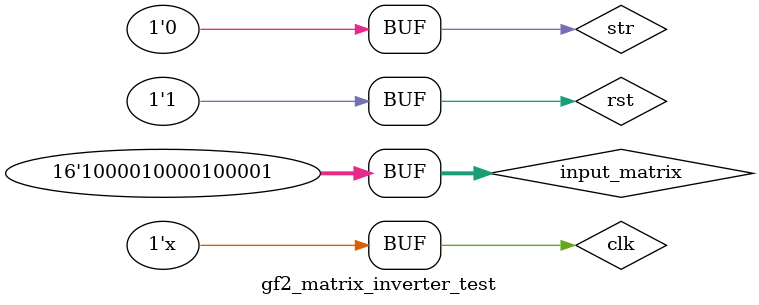
<source format=v>
module gf2_matrix_inverter_test;

reg clk, rst, str;
reg [15:0] input_matrix;
wire [15:0] output_matrix;
wire bsy, fin;

gf2_matrix_inverter gf2mi (clk, rst, str, input_matrix, output_matrix, bsy, fin);

initial 
begin
	clk = 0;
	rst = 0; 
	str = 0; #10;
	rst = 1; #20;
	str = 1;
	input_matrix = 16'hCA31; #10;
	str = 0; #100;
	str = 1;
	input_matrix = 16'h8421; #10;
	str = 0;
end

always
begin
	clk = ~clk; #5;
end

endmodule

</source>
